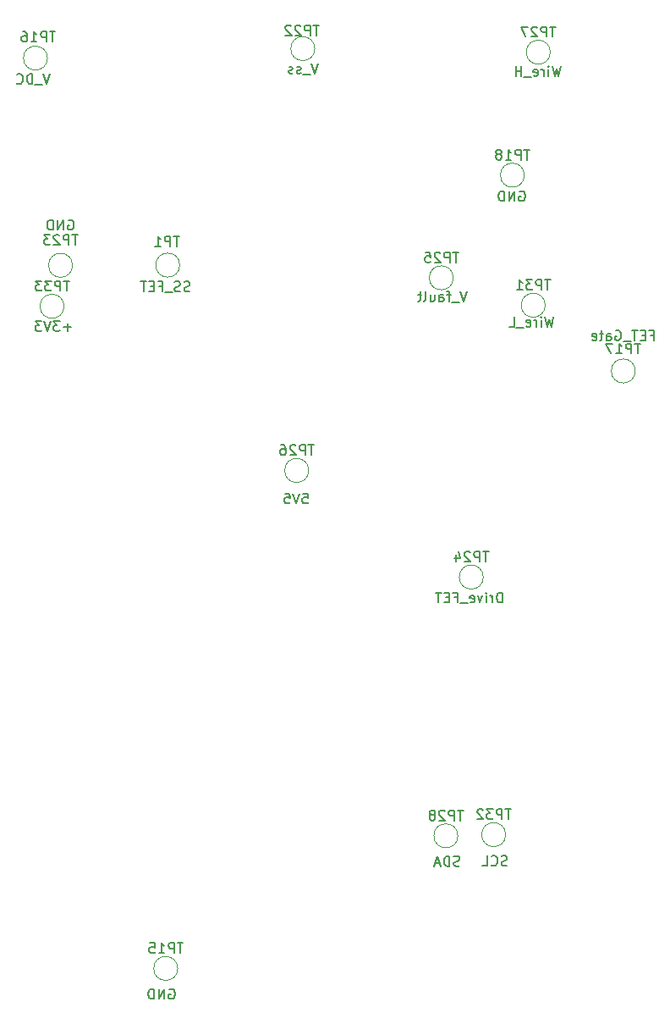
<source format=gbr>
%TF.GenerationSoftware,KiCad,Pcbnew,(6.0.0)*%
%TF.CreationDate,2022-09-13T16:11:23+02:00*%
%TF.ProjectId,IceCutterPCB,49636543-7574-4746-9572-5043422e6b69,rev?*%
%TF.SameCoordinates,Original*%
%TF.FileFunction,Legend,Bot*%
%TF.FilePolarity,Positive*%
%FSLAX46Y46*%
G04 Gerber Fmt 4.6, Leading zero omitted, Abs format (unit mm)*
G04 Created by KiCad (PCBNEW (6.0.0)) date 2022-09-13 16:11:23*
%MOMM*%
%LPD*%
G01*
G04 APERTURE LIST*
%ADD10C,0.150000*%
%ADD11C,0.120000*%
G04 APERTURE END LIST*
D10*
X198780304Y-144076800D02*
X198875542Y-144029180D01*
X199018400Y-144029180D01*
X199161257Y-144076800D01*
X199256495Y-144172038D01*
X199304114Y-144267276D01*
X199351733Y-144457752D01*
X199351733Y-144600609D01*
X199304114Y-144791085D01*
X199256495Y-144886323D01*
X199161257Y-144981561D01*
X199018400Y-145029180D01*
X198923161Y-145029180D01*
X198780304Y-144981561D01*
X198732685Y-144933942D01*
X198732685Y-144600609D01*
X198923161Y-144600609D01*
X198304114Y-145029180D02*
X198304114Y-144029180D01*
X197732685Y-145029180D01*
X197732685Y-144029180D01*
X197256495Y-145029180D02*
X197256495Y-144029180D01*
X197018400Y-144029180D01*
X196875542Y-144076800D01*
X196780304Y-144172038D01*
X196732685Y-144267276D01*
X196685066Y-144457752D01*
X196685066Y-144600609D01*
X196732685Y-144791085D01*
X196780304Y-144886323D01*
X196875542Y-144981561D01*
X197018400Y-145029180D01*
X197256495Y-145029180D01*
X237970723Y-51776380D02*
X237732628Y-52776380D01*
X237542152Y-52062095D01*
X237351676Y-52776380D01*
X237113580Y-51776380D01*
X236732628Y-52776380D02*
X236732628Y-52109714D01*
X236732628Y-51776380D02*
X236780247Y-51824000D01*
X236732628Y-51871619D01*
X236685009Y-51824000D01*
X236732628Y-51776380D01*
X236732628Y-51871619D01*
X236256438Y-52776380D02*
X236256438Y-52109714D01*
X236256438Y-52300190D02*
X236208819Y-52204952D01*
X236161200Y-52157333D01*
X236065961Y-52109714D01*
X235970723Y-52109714D01*
X235256438Y-52728761D02*
X235351676Y-52776380D01*
X235542152Y-52776380D01*
X235637390Y-52728761D01*
X235685009Y-52633523D01*
X235685009Y-52252571D01*
X235637390Y-52157333D01*
X235542152Y-52109714D01*
X235351676Y-52109714D01*
X235256438Y-52157333D01*
X235208819Y-52252571D01*
X235208819Y-52347809D01*
X235685009Y-52443047D01*
X235018342Y-52871619D02*
X234256438Y-52871619D01*
X234018342Y-52776380D02*
X234018342Y-51776380D01*
X234018342Y-52252571D02*
X233446914Y-52252571D01*
X233446914Y-52776380D02*
X233446914Y-51776380D01*
X186848685Y-52570780D02*
X186515352Y-53570780D01*
X186182019Y-52570780D01*
X186086780Y-53666019D02*
X185324876Y-53666019D01*
X185086780Y-53570780D02*
X185086780Y-52570780D01*
X184848685Y-52570780D01*
X184705828Y-52618400D01*
X184610590Y-52713638D01*
X184562971Y-52808876D01*
X184515352Y-52999352D01*
X184515352Y-53142209D01*
X184562971Y-53332685D01*
X184610590Y-53427923D01*
X184705828Y-53523161D01*
X184848685Y-53570780D01*
X185086780Y-53570780D01*
X183515352Y-53475542D02*
X183562971Y-53523161D01*
X183705828Y-53570780D01*
X183801066Y-53570780D01*
X183943923Y-53523161D01*
X184039161Y-53427923D01*
X184086780Y-53332685D01*
X184134400Y-53142209D01*
X184134400Y-52999352D01*
X184086780Y-52808876D01*
X184039161Y-52713638D01*
X183943923Y-52618400D01*
X183801066Y-52570780D01*
X183705828Y-52570780D01*
X183562971Y-52618400D01*
X183515352Y-52666019D01*
X188959904Y-77897028D02*
X188198000Y-77897028D01*
X188578952Y-78277980D02*
X188578952Y-77516076D01*
X187817047Y-77277980D02*
X187198000Y-77277980D01*
X187531333Y-77658933D01*
X187388476Y-77658933D01*
X187293238Y-77706552D01*
X187245619Y-77754171D01*
X187198000Y-77849409D01*
X187198000Y-78087504D01*
X187245619Y-78182742D01*
X187293238Y-78230361D01*
X187388476Y-78277980D01*
X187674190Y-78277980D01*
X187769428Y-78230361D01*
X187817047Y-78182742D01*
X186912285Y-77277980D02*
X186578952Y-78277980D01*
X186245619Y-77277980D01*
X186007523Y-77277980D02*
X185388476Y-77277980D01*
X185721809Y-77658933D01*
X185578952Y-77658933D01*
X185483714Y-77706552D01*
X185436095Y-77754171D01*
X185388476Y-77849409D01*
X185388476Y-78087504D01*
X185436095Y-78182742D01*
X185483714Y-78230361D01*
X185578952Y-78277980D01*
X185864666Y-78277980D01*
X185959904Y-78230361D01*
X186007523Y-78182742D01*
X188661904Y-67200000D02*
X188757142Y-67152380D01*
X188900000Y-67152380D01*
X189042857Y-67200000D01*
X189138095Y-67295238D01*
X189185714Y-67390476D01*
X189233333Y-67580952D01*
X189233333Y-67723809D01*
X189185714Y-67914285D01*
X189138095Y-68009523D01*
X189042857Y-68104761D01*
X188900000Y-68152380D01*
X188804761Y-68152380D01*
X188661904Y-68104761D01*
X188614285Y-68057142D01*
X188614285Y-67723809D01*
X188804761Y-67723809D01*
X188185714Y-68152380D02*
X188185714Y-67152380D01*
X187614285Y-68152380D01*
X187614285Y-67152380D01*
X187138095Y-68152380D02*
X187138095Y-67152380D01*
X186900000Y-67152380D01*
X186757142Y-67200000D01*
X186661904Y-67295238D01*
X186614285Y-67390476D01*
X186566666Y-67580952D01*
X186566666Y-67723809D01*
X186614285Y-67914285D01*
X186661904Y-68009523D01*
X186757142Y-68104761D01*
X186900000Y-68152380D01*
X187138095Y-68152380D01*
X212147066Y-94499180D02*
X212623257Y-94499180D01*
X212670876Y-94975371D01*
X212623257Y-94927752D01*
X212528019Y-94880133D01*
X212289923Y-94880133D01*
X212194685Y-94927752D01*
X212147066Y-94975371D01*
X212099447Y-95070609D01*
X212099447Y-95308704D01*
X212147066Y-95403942D01*
X212194685Y-95451561D01*
X212289923Y-95499180D01*
X212528019Y-95499180D01*
X212623257Y-95451561D01*
X212670876Y-95403942D01*
X211813733Y-94499180D02*
X211480400Y-95499180D01*
X211147066Y-94499180D01*
X210337542Y-94499180D02*
X210813733Y-94499180D01*
X210861352Y-94975371D01*
X210813733Y-94927752D01*
X210718495Y-94880133D01*
X210480400Y-94880133D01*
X210385161Y-94927752D01*
X210337542Y-94975371D01*
X210289923Y-95070609D01*
X210289923Y-95308704D01*
X210337542Y-95403942D01*
X210385161Y-95451561D01*
X210480400Y-95499180D01*
X210718495Y-95499180D01*
X210813733Y-95451561D01*
X210861352Y-95403942D01*
X232584476Y-131671961D02*
X232441619Y-131719580D01*
X232203523Y-131719580D01*
X232108285Y-131671961D01*
X232060666Y-131624342D01*
X232013047Y-131529104D01*
X232013047Y-131433866D01*
X232060666Y-131338628D01*
X232108285Y-131291009D01*
X232203523Y-131243390D01*
X232394000Y-131195771D01*
X232489238Y-131148152D01*
X232536857Y-131100533D01*
X232584476Y-131005295D01*
X232584476Y-130910057D01*
X232536857Y-130814819D01*
X232489238Y-130767200D01*
X232394000Y-130719580D01*
X232155904Y-130719580D01*
X232013047Y-130767200D01*
X231013047Y-131624342D02*
X231060666Y-131671961D01*
X231203523Y-131719580D01*
X231298761Y-131719580D01*
X231441619Y-131671961D01*
X231536857Y-131576723D01*
X231584476Y-131481485D01*
X231632095Y-131291009D01*
X231632095Y-131148152D01*
X231584476Y-130957676D01*
X231536857Y-130862438D01*
X231441619Y-130767200D01*
X231298761Y-130719580D01*
X231203523Y-130719580D01*
X231060666Y-130767200D01*
X231013047Y-130814819D01*
X230108285Y-131719580D02*
X230584476Y-131719580D01*
X230584476Y-130719580D01*
X246933695Y-78668571D02*
X247267028Y-78668571D01*
X247267028Y-79192380D02*
X247267028Y-78192380D01*
X246790838Y-78192380D01*
X246409885Y-78668571D02*
X246076552Y-78668571D01*
X245933695Y-79192380D02*
X246409885Y-79192380D01*
X246409885Y-78192380D01*
X245933695Y-78192380D01*
X245647980Y-78192380D02*
X245076552Y-78192380D01*
X245362266Y-79192380D02*
X245362266Y-78192380D01*
X244981314Y-79287619D02*
X244219409Y-79287619D01*
X243457504Y-78240000D02*
X243552742Y-78192380D01*
X243695600Y-78192380D01*
X243838457Y-78240000D01*
X243933695Y-78335238D01*
X243981314Y-78430476D01*
X244028933Y-78620952D01*
X244028933Y-78763809D01*
X243981314Y-78954285D01*
X243933695Y-79049523D01*
X243838457Y-79144761D01*
X243695600Y-79192380D01*
X243600361Y-79192380D01*
X243457504Y-79144761D01*
X243409885Y-79097142D01*
X243409885Y-78763809D01*
X243600361Y-78763809D01*
X242552742Y-79192380D02*
X242552742Y-78668571D01*
X242600361Y-78573333D01*
X242695600Y-78525714D01*
X242886076Y-78525714D01*
X242981314Y-78573333D01*
X242552742Y-79144761D02*
X242647980Y-79192380D01*
X242886076Y-79192380D01*
X242981314Y-79144761D01*
X243028933Y-79049523D01*
X243028933Y-78954285D01*
X242981314Y-78859047D01*
X242886076Y-78811428D01*
X242647980Y-78811428D01*
X242552742Y-78763809D01*
X242219409Y-78525714D02*
X241838457Y-78525714D01*
X242076552Y-78192380D02*
X242076552Y-79049523D01*
X242028933Y-79144761D01*
X241933695Y-79192380D01*
X241838457Y-79192380D01*
X241124171Y-79144761D02*
X241219409Y-79192380D01*
X241409885Y-79192380D01*
X241505123Y-79144761D01*
X241552742Y-79049523D01*
X241552742Y-78668571D01*
X241505123Y-78573333D01*
X241409885Y-78525714D01*
X241219409Y-78525714D01*
X241124171Y-78573333D01*
X241076552Y-78668571D01*
X241076552Y-78763809D01*
X241552742Y-78859047D01*
X232115904Y-105405180D02*
X232115904Y-104405180D01*
X231877809Y-104405180D01*
X231734952Y-104452800D01*
X231639714Y-104548038D01*
X231592095Y-104643276D01*
X231544476Y-104833752D01*
X231544476Y-104976609D01*
X231592095Y-105167085D01*
X231639714Y-105262323D01*
X231734952Y-105357561D01*
X231877809Y-105405180D01*
X232115904Y-105405180D01*
X231115904Y-105405180D02*
X231115904Y-104738514D01*
X231115904Y-104928990D02*
X231068285Y-104833752D01*
X231020666Y-104786133D01*
X230925428Y-104738514D01*
X230830190Y-104738514D01*
X230496857Y-105405180D02*
X230496857Y-104738514D01*
X230496857Y-104405180D02*
X230544476Y-104452800D01*
X230496857Y-104500419D01*
X230449238Y-104452800D01*
X230496857Y-104405180D01*
X230496857Y-104500419D01*
X230115904Y-104738514D02*
X229877809Y-105405180D01*
X229639714Y-104738514D01*
X228877809Y-105357561D02*
X228973047Y-105405180D01*
X229163523Y-105405180D01*
X229258761Y-105357561D01*
X229306380Y-105262323D01*
X229306380Y-104881371D01*
X229258761Y-104786133D01*
X229163523Y-104738514D01*
X228973047Y-104738514D01*
X228877809Y-104786133D01*
X228830190Y-104881371D01*
X228830190Y-104976609D01*
X229306380Y-105071847D01*
X228639714Y-105500419D02*
X227877809Y-105500419D01*
X227306380Y-104881371D02*
X227639714Y-104881371D01*
X227639714Y-105405180D02*
X227639714Y-104405180D01*
X227163523Y-104405180D01*
X226782571Y-104881371D02*
X226449238Y-104881371D01*
X226306380Y-105405180D02*
X226782571Y-105405180D01*
X226782571Y-104405180D01*
X226306380Y-104405180D01*
X226020666Y-104405180D02*
X225449238Y-104405180D01*
X225734952Y-105405180D02*
X225734952Y-104405180D01*
X233832304Y-64320800D02*
X233927542Y-64273180D01*
X234070400Y-64273180D01*
X234213257Y-64320800D01*
X234308495Y-64416038D01*
X234356114Y-64511276D01*
X234403733Y-64701752D01*
X234403733Y-64844609D01*
X234356114Y-65035085D01*
X234308495Y-65130323D01*
X234213257Y-65225561D01*
X234070400Y-65273180D01*
X233975161Y-65273180D01*
X233832304Y-65225561D01*
X233784685Y-65177942D01*
X233784685Y-64844609D01*
X233975161Y-64844609D01*
X233356114Y-65273180D02*
X233356114Y-64273180D01*
X232784685Y-65273180D01*
X232784685Y-64273180D01*
X232308495Y-65273180D02*
X232308495Y-64273180D01*
X232070400Y-64273180D01*
X231927542Y-64320800D01*
X231832304Y-64416038D01*
X231784685Y-64511276D01*
X231737066Y-64701752D01*
X231737066Y-64844609D01*
X231784685Y-65035085D01*
X231832304Y-65130323D01*
X231927542Y-65225561D01*
X232070400Y-65273180D01*
X232308495Y-65273180D01*
X228563180Y-74280780D02*
X228229847Y-75280780D01*
X227896514Y-74280780D01*
X227801276Y-75376019D02*
X227039371Y-75376019D01*
X226944133Y-74614114D02*
X226563180Y-74614114D01*
X226801276Y-75280780D02*
X226801276Y-74423638D01*
X226753657Y-74328400D01*
X226658419Y-74280780D01*
X226563180Y-74280780D01*
X225801276Y-75280780D02*
X225801276Y-74756971D01*
X225848895Y-74661733D01*
X225944133Y-74614114D01*
X226134609Y-74614114D01*
X226229847Y-74661733D01*
X225801276Y-75233161D02*
X225896514Y-75280780D01*
X226134609Y-75280780D01*
X226229847Y-75233161D01*
X226277466Y-75137923D01*
X226277466Y-75042685D01*
X226229847Y-74947447D01*
X226134609Y-74899828D01*
X225896514Y-74899828D01*
X225801276Y-74852209D01*
X224896514Y-74614114D02*
X224896514Y-75280780D01*
X225325085Y-74614114D02*
X225325085Y-75137923D01*
X225277466Y-75233161D01*
X225182228Y-75280780D01*
X225039371Y-75280780D01*
X224944133Y-75233161D01*
X224896514Y-75185542D01*
X224277466Y-75280780D02*
X224372704Y-75233161D01*
X224420323Y-75137923D01*
X224420323Y-74280780D01*
X224039371Y-74614114D02*
X223658419Y-74614114D01*
X223896514Y-74280780D02*
X223896514Y-75137923D01*
X223848895Y-75233161D01*
X223753657Y-75280780D01*
X223658419Y-75280780D01*
X227833085Y-131722761D02*
X227690228Y-131770380D01*
X227452133Y-131770380D01*
X227356895Y-131722761D01*
X227309276Y-131675142D01*
X227261657Y-131579904D01*
X227261657Y-131484666D01*
X227309276Y-131389428D01*
X227356895Y-131341809D01*
X227452133Y-131294190D01*
X227642609Y-131246571D01*
X227737847Y-131198952D01*
X227785466Y-131151333D01*
X227833085Y-131056095D01*
X227833085Y-130960857D01*
X227785466Y-130865619D01*
X227737847Y-130818000D01*
X227642609Y-130770380D01*
X227404514Y-130770380D01*
X227261657Y-130818000D01*
X226833085Y-131770380D02*
X226833085Y-130770380D01*
X226594990Y-130770380D01*
X226452133Y-130818000D01*
X226356895Y-130913238D01*
X226309276Y-131008476D01*
X226261657Y-131198952D01*
X226261657Y-131341809D01*
X226309276Y-131532285D01*
X226356895Y-131627523D01*
X226452133Y-131722761D01*
X226594990Y-131770380D01*
X226833085Y-131770380D01*
X225880704Y-131484666D02*
X225404514Y-131484666D01*
X225975942Y-131770380D02*
X225642609Y-130770380D01*
X225309276Y-131770380D01*
X213664609Y-51522380D02*
X213331276Y-52522380D01*
X212997942Y-51522380D01*
X212902704Y-52617619D02*
X212140800Y-52617619D01*
X211950323Y-52474761D02*
X211855085Y-52522380D01*
X211664609Y-52522380D01*
X211569371Y-52474761D01*
X211521752Y-52379523D01*
X211521752Y-52331904D01*
X211569371Y-52236666D01*
X211664609Y-52189047D01*
X211807466Y-52189047D01*
X211902704Y-52141428D01*
X211950323Y-52046190D01*
X211950323Y-51998571D01*
X211902704Y-51903333D01*
X211807466Y-51855714D01*
X211664609Y-51855714D01*
X211569371Y-51903333D01*
X211140800Y-52474761D02*
X211045561Y-52522380D01*
X210855085Y-52522380D01*
X210759847Y-52474761D01*
X210712228Y-52379523D01*
X210712228Y-52331904D01*
X210759847Y-52236666D01*
X210855085Y-52189047D01*
X210997942Y-52189047D01*
X211093180Y-52141428D01*
X211140800Y-52046190D01*
X211140800Y-51998571D01*
X211093180Y-51903333D01*
X210997942Y-51855714D01*
X210855085Y-51855714D01*
X210759847Y-51903333D01*
X200829561Y-74267961D02*
X200686704Y-74315580D01*
X200448609Y-74315580D01*
X200353371Y-74267961D01*
X200305752Y-74220342D01*
X200258133Y-74125104D01*
X200258133Y-74029866D01*
X200305752Y-73934628D01*
X200353371Y-73887009D01*
X200448609Y-73839390D01*
X200639085Y-73791771D01*
X200734323Y-73744152D01*
X200781942Y-73696533D01*
X200829561Y-73601295D01*
X200829561Y-73506057D01*
X200781942Y-73410819D01*
X200734323Y-73363200D01*
X200639085Y-73315580D01*
X200400990Y-73315580D01*
X200258133Y-73363200D01*
X199877180Y-74267961D02*
X199734323Y-74315580D01*
X199496228Y-74315580D01*
X199400990Y-74267961D01*
X199353371Y-74220342D01*
X199305752Y-74125104D01*
X199305752Y-74029866D01*
X199353371Y-73934628D01*
X199400990Y-73887009D01*
X199496228Y-73839390D01*
X199686704Y-73791771D01*
X199781942Y-73744152D01*
X199829561Y-73696533D01*
X199877180Y-73601295D01*
X199877180Y-73506057D01*
X199829561Y-73410819D01*
X199781942Y-73363200D01*
X199686704Y-73315580D01*
X199448609Y-73315580D01*
X199305752Y-73363200D01*
X199115276Y-74410819D02*
X198353371Y-74410819D01*
X197781942Y-73791771D02*
X198115276Y-73791771D01*
X198115276Y-74315580D02*
X198115276Y-73315580D01*
X197639085Y-73315580D01*
X197258133Y-73791771D02*
X196924800Y-73791771D01*
X196781942Y-74315580D02*
X197258133Y-74315580D01*
X197258133Y-73315580D01*
X196781942Y-73315580D01*
X196496228Y-73315580D02*
X195924800Y-73315580D01*
X196210514Y-74315580D02*
X196210514Y-73315580D01*
X237242076Y-76820780D02*
X237003980Y-77820780D01*
X236813504Y-77106495D01*
X236623028Y-77820780D01*
X236384933Y-76820780D01*
X236003980Y-77820780D02*
X236003980Y-77154114D01*
X236003980Y-76820780D02*
X236051600Y-76868400D01*
X236003980Y-76916019D01*
X235956361Y-76868400D01*
X236003980Y-76820780D01*
X236003980Y-76916019D01*
X235527790Y-77820780D02*
X235527790Y-77154114D01*
X235527790Y-77344590D02*
X235480171Y-77249352D01*
X235432552Y-77201733D01*
X235337314Y-77154114D01*
X235242076Y-77154114D01*
X234527790Y-77773161D02*
X234623028Y-77820780D01*
X234813504Y-77820780D01*
X234908742Y-77773161D01*
X234956361Y-77677923D01*
X234956361Y-77296971D01*
X234908742Y-77201733D01*
X234813504Y-77154114D01*
X234623028Y-77154114D01*
X234527790Y-77201733D01*
X234480171Y-77296971D01*
X234480171Y-77392209D01*
X234956361Y-77487447D01*
X234289695Y-77916019D02*
X233527790Y-77916019D01*
X232813504Y-77820780D02*
X233289695Y-77820780D01*
X233289695Y-76820780D01*
%TO.C,TP23*%
X189638095Y-68652380D02*
X189066666Y-68652380D01*
X189352380Y-69652380D02*
X189352380Y-68652380D01*
X188733333Y-69652380D02*
X188733333Y-68652380D01*
X188352380Y-68652380D01*
X188257142Y-68700000D01*
X188209523Y-68747619D01*
X188161904Y-68842857D01*
X188161904Y-68985714D01*
X188209523Y-69080952D01*
X188257142Y-69128571D01*
X188352380Y-69176190D01*
X188733333Y-69176190D01*
X187780952Y-68747619D02*
X187733333Y-68700000D01*
X187638095Y-68652380D01*
X187400000Y-68652380D01*
X187304761Y-68700000D01*
X187257142Y-68747619D01*
X187209523Y-68842857D01*
X187209523Y-68938095D01*
X187257142Y-69080952D01*
X187828571Y-69652380D01*
X187209523Y-69652380D01*
X186876190Y-68652380D02*
X186257142Y-68652380D01*
X186590476Y-69033333D01*
X186447619Y-69033333D01*
X186352380Y-69080952D01*
X186304761Y-69128571D01*
X186257142Y-69223809D01*
X186257142Y-69461904D01*
X186304761Y-69557142D01*
X186352380Y-69604761D01*
X186447619Y-69652380D01*
X186733333Y-69652380D01*
X186828571Y-69604761D01*
X186876190Y-69557142D01*
%TO.C,TP17*%
X245933695Y-79513180D02*
X245362266Y-79513180D01*
X245647980Y-80513180D02*
X245647980Y-79513180D01*
X245028933Y-80513180D02*
X245028933Y-79513180D01*
X244647980Y-79513180D01*
X244552742Y-79560800D01*
X244505123Y-79608419D01*
X244457504Y-79703657D01*
X244457504Y-79846514D01*
X244505123Y-79941752D01*
X244552742Y-79989371D01*
X244647980Y-80036990D01*
X245028933Y-80036990D01*
X243505123Y-80513180D02*
X244076552Y-80513180D01*
X243790838Y-80513180D02*
X243790838Y-79513180D01*
X243886076Y-79656038D01*
X243981314Y-79751276D01*
X244076552Y-79798895D01*
X243171790Y-79513180D02*
X242505123Y-79513180D01*
X242933695Y-80513180D01*
%TO.C,TP26*%
X213269295Y-89656380D02*
X212697866Y-89656380D01*
X212983580Y-90656380D02*
X212983580Y-89656380D01*
X212364533Y-90656380D02*
X212364533Y-89656380D01*
X211983580Y-89656380D01*
X211888342Y-89704000D01*
X211840723Y-89751619D01*
X211793104Y-89846857D01*
X211793104Y-89989714D01*
X211840723Y-90084952D01*
X211888342Y-90132571D01*
X211983580Y-90180190D01*
X212364533Y-90180190D01*
X211412152Y-89751619D02*
X211364533Y-89704000D01*
X211269295Y-89656380D01*
X211031200Y-89656380D01*
X210935961Y-89704000D01*
X210888342Y-89751619D01*
X210840723Y-89846857D01*
X210840723Y-89942095D01*
X210888342Y-90084952D01*
X211459771Y-90656380D01*
X210840723Y-90656380D01*
X209983580Y-89656380D02*
X210174057Y-89656380D01*
X210269295Y-89704000D01*
X210316914Y-89751619D01*
X210412152Y-89894476D01*
X210459771Y-90084952D01*
X210459771Y-90465904D01*
X210412152Y-90561142D01*
X210364533Y-90608761D01*
X210269295Y-90656380D01*
X210078819Y-90656380D01*
X209983580Y-90608761D01*
X209935961Y-90561142D01*
X209888342Y-90465904D01*
X209888342Y-90227809D01*
X209935961Y-90132571D01*
X209983580Y-90084952D01*
X210078819Y-90037333D01*
X210269295Y-90037333D01*
X210364533Y-90084952D01*
X210412152Y-90132571D01*
X210459771Y-90227809D01*
%TO.C,TP28*%
X228204495Y-126181580D02*
X227633066Y-126181580D01*
X227918780Y-127181580D02*
X227918780Y-126181580D01*
X227299733Y-127181580D02*
X227299733Y-126181580D01*
X226918780Y-126181580D01*
X226823542Y-126229200D01*
X226775923Y-126276819D01*
X226728304Y-126372057D01*
X226728304Y-126514914D01*
X226775923Y-126610152D01*
X226823542Y-126657771D01*
X226918780Y-126705390D01*
X227299733Y-126705390D01*
X226347352Y-126276819D02*
X226299733Y-126229200D01*
X226204495Y-126181580D01*
X225966400Y-126181580D01*
X225871161Y-126229200D01*
X225823542Y-126276819D01*
X225775923Y-126372057D01*
X225775923Y-126467295D01*
X225823542Y-126610152D01*
X226394971Y-127181580D01*
X225775923Y-127181580D01*
X225204495Y-126610152D02*
X225299733Y-126562533D01*
X225347352Y-126514914D01*
X225394971Y-126419676D01*
X225394971Y-126372057D01*
X225347352Y-126276819D01*
X225299733Y-126229200D01*
X225204495Y-126181580D01*
X225014019Y-126181580D01*
X224918780Y-126229200D01*
X224871161Y-126276819D01*
X224823542Y-126372057D01*
X224823542Y-126419676D01*
X224871161Y-126514914D01*
X224918780Y-126562533D01*
X225014019Y-126610152D01*
X225204495Y-126610152D01*
X225299733Y-126657771D01*
X225347352Y-126705390D01*
X225394971Y-126800628D01*
X225394971Y-126991104D01*
X225347352Y-127086342D01*
X225299733Y-127133961D01*
X225204495Y-127181580D01*
X225014019Y-127181580D01*
X224918780Y-127133961D01*
X224871161Y-127086342D01*
X224823542Y-126991104D01*
X224823542Y-126800628D01*
X224871161Y-126705390D01*
X224918780Y-126657771D01*
X225014019Y-126610152D01*
%TO.C,TP16*%
X187380495Y-48354380D02*
X186809066Y-48354380D01*
X187094780Y-49354380D02*
X187094780Y-48354380D01*
X186475733Y-49354380D02*
X186475733Y-48354380D01*
X186094780Y-48354380D01*
X185999542Y-48402000D01*
X185951923Y-48449619D01*
X185904304Y-48544857D01*
X185904304Y-48687714D01*
X185951923Y-48782952D01*
X185999542Y-48830571D01*
X186094780Y-48878190D01*
X186475733Y-48878190D01*
X184951923Y-49354380D02*
X185523352Y-49354380D01*
X185237638Y-49354380D02*
X185237638Y-48354380D01*
X185332876Y-48497238D01*
X185428114Y-48592476D01*
X185523352Y-48640095D01*
X184094780Y-48354380D02*
X184285257Y-48354380D01*
X184380495Y-48402000D01*
X184428114Y-48449619D01*
X184523352Y-48592476D01*
X184570971Y-48782952D01*
X184570971Y-49163904D01*
X184523352Y-49259142D01*
X184475733Y-49306761D01*
X184380495Y-49354380D01*
X184190019Y-49354380D01*
X184094780Y-49306761D01*
X184047161Y-49259142D01*
X183999542Y-49163904D01*
X183999542Y-48925809D01*
X184047161Y-48830571D01*
X184094780Y-48782952D01*
X184190019Y-48735333D01*
X184380495Y-48735333D01*
X184475733Y-48782952D01*
X184523352Y-48830571D01*
X184570971Y-48925809D01*
%TO.C,TP1*%
X199788304Y-68794380D02*
X199216876Y-68794380D01*
X199502590Y-69794380D02*
X199502590Y-68794380D01*
X198883542Y-69794380D02*
X198883542Y-68794380D01*
X198502590Y-68794380D01*
X198407352Y-68842000D01*
X198359733Y-68889619D01*
X198312114Y-68984857D01*
X198312114Y-69127714D01*
X198359733Y-69222952D01*
X198407352Y-69270571D01*
X198502590Y-69318190D01*
X198883542Y-69318190D01*
X197359733Y-69794380D02*
X197931161Y-69794380D01*
X197645447Y-69794380D02*
X197645447Y-68794380D01*
X197740685Y-68937238D01*
X197835923Y-69032476D01*
X197931161Y-69080095D01*
%TO.C,TP31*%
X236942095Y-73146380D02*
X236370666Y-73146380D01*
X236656380Y-74146380D02*
X236656380Y-73146380D01*
X236037333Y-74146380D02*
X236037333Y-73146380D01*
X235656380Y-73146380D01*
X235561142Y-73194000D01*
X235513523Y-73241619D01*
X235465904Y-73336857D01*
X235465904Y-73479714D01*
X235513523Y-73574952D01*
X235561142Y-73622571D01*
X235656380Y-73670190D01*
X236037333Y-73670190D01*
X235132571Y-73146380D02*
X234513523Y-73146380D01*
X234846857Y-73527333D01*
X234704000Y-73527333D01*
X234608761Y-73574952D01*
X234561142Y-73622571D01*
X234513523Y-73717809D01*
X234513523Y-73955904D01*
X234561142Y-74051142D01*
X234608761Y-74098761D01*
X234704000Y-74146380D01*
X234989714Y-74146380D01*
X235084952Y-74098761D01*
X235132571Y-74051142D01*
X233561142Y-74146380D02*
X234132571Y-74146380D01*
X233846857Y-74146380D02*
X233846857Y-73146380D01*
X233942095Y-73289238D01*
X234037333Y-73384476D01*
X234132571Y-73432095D01*
%TO.C,TP32*%
X232990095Y-126069580D02*
X232418666Y-126069580D01*
X232704380Y-127069580D02*
X232704380Y-126069580D01*
X232085333Y-127069580D02*
X232085333Y-126069580D01*
X231704380Y-126069580D01*
X231609142Y-126117200D01*
X231561523Y-126164819D01*
X231513904Y-126260057D01*
X231513904Y-126402914D01*
X231561523Y-126498152D01*
X231609142Y-126545771D01*
X231704380Y-126593390D01*
X232085333Y-126593390D01*
X231180571Y-126069580D02*
X230561523Y-126069580D01*
X230894857Y-126450533D01*
X230752000Y-126450533D01*
X230656761Y-126498152D01*
X230609142Y-126545771D01*
X230561523Y-126641009D01*
X230561523Y-126879104D01*
X230609142Y-126974342D01*
X230656761Y-127021961D01*
X230752000Y-127069580D01*
X231037714Y-127069580D01*
X231132952Y-127021961D01*
X231180571Y-126974342D01*
X230180571Y-126164819D02*
X230132952Y-126117200D01*
X230037714Y-126069580D01*
X229799619Y-126069580D01*
X229704380Y-126117200D01*
X229656761Y-126164819D01*
X229609142Y-126260057D01*
X229609142Y-126355295D01*
X229656761Y-126498152D01*
X230228190Y-127069580D01*
X229609142Y-127069580D01*
%TO.C,TP22*%
X213777295Y-47712380D02*
X213205866Y-47712380D01*
X213491580Y-48712380D02*
X213491580Y-47712380D01*
X212872533Y-48712380D02*
X212872533Y-47712380D01*
X212491580Y-47712380D01*
X212396342Y-47760000D01*
X212348723Y-47807619D01*
X212301104Y-47902857D01*
X212301104Y-48045714D01*
X212348723Y-48140952D01*
X212396342Y-48188571D01*
X212491580Y-48236190D01*
X212872533Y-48236190D01*
X211920152Y-47807619D02*
X211872533Y-47760000D01*
X211777295Y-47712380D01*
X211539200Y-47712380D01*
X211443961Y-47760000D01*
X211396342Y-47807619D01*
X211348723Y-47902857D01*
X211348723Y-47998095D01*
X211396342Y-48140952D01*
X211967771Y-48712380D01*
X211348723Y-48712380D01*
X210967771Y-47807619D02*
X210920152Y-47760000D01*
X210824914Y-47712380D01*
X210586819Y-47712380D01*
X210491580Y-47760000D01*
X210443961Y-47807619D01*
X210396342Y-47902857D01*
X210396342Y-47998095D01*
X210443961Y-48140952D01*
X211015390Y-48712380D01*
X210396342Y-48712380D01*
%TO.C,TP15*%
X200162895Y-139440380D02*
X199591466Y-139440380D01*
X199877180Y-140440380D02*
X199877180Y-139440380D01*
X199258133Y-140440380D02*
X199258133Y-139440380D01*
X198877180Y-139440380D01*
X198781942Y-139488000D01*
X198734323Y-139535619D01*
X198686704Y-139630857D01*
X198686704Y-139773714D01*
X198734323Y-139868952D01*
X198781942Y-139916571D01*
X198877180Y-139964190D01*
X199258133Y-139964190D01*
X197734323Y-140440380D02*
X198305752Y-140440380D01*
X198020038Y-140440380D02*
X198020038Y-139440380D01*
X198115276Y-139583238D01*
X198210514Y-139678476D01*
X198305752Y-139726095D01*
X196829561Y-139440380D02*
X197305752Y-139440380D01*
X197353371Y-139916571D01*
X197305752Y-139868952D01*
X197210514Y-139821333D01*
X196972419Y-139821333D01*
X196877180Y-139868952D01*
X196829561Y-139916571D01*
X196781942Y-140011809D01*
X196781942Y-140249904D01*
X196829561Y-140345142D01*
X196877180Y-140392761D01*
X196972419Y-140440380D01*
X197210514Y-140440380D01*
X197305752Y-140392761D01*
X197353371Y-140345142D01*
%TO.C,TP33*%
X188783695Y-73247980D02*
X188212266Y-73247980D01*
X188497980Y-74247980D02*
X188497980Y-73247980D01*
X187878933Y-74247980D02*
X187878933Y-73247980D01*
X187497980Y-73247980D01*
X187402742Y-73295600D01*
X187355123Y-73343219D01*
X187307504Y-73438457D01*
X187307504Y-73581314D01*
X187355123Y-73676552D01*
X187402742Y-73724171D01*
X187497980Y-73771790D01*
X187878933Y-73771790D01*
X186974171Y-73247980D02*
X186355123Y-73247980D01*
X186688457Y-73628933D01*
X186545600Y-73628933D01*
X186450361Y-73676552D01*
X186402742Y-73724171D01*
X186355123Y-73819409D01*
X186355123Y-74057504D01*
X186402742Y-74152742D01*
X186450361Y-74200361D01*
X186545600Y-74247980D01*
X186831314Y-74247980D01*
X186926552Y-74200361D01*
X186974171Y-74152742D01*
X186021790Y-73247980D02*
X185402742Y-73247980D01*
X185736076Y-73628933D01*
X185593219Y-73628933D01*
X185497980Y-73676552D01*
X185450361Y-73724171D01*
X185402742Y-73819409D01*
X185402742Y-74057504D01*
X185450361Y-74152742D01*
X185497980Y-74200361D01*
X185593219Y-74247980D01*
X185878933Y-74247980D01*
X185974171Y-74200361D01*
X186021790Y-74152742D01*
%TO.C,TP27*%
X237450095Y-47847980D02*
X236878666Y-47847980D01*
X237164380Y-48847980D02*
X237164380Y-47847980D01*
X236545333Y-48847980D02*
X236545333Y-47847980D01*
X236164380Y-47847980D01*
X236069142Y-47895600D01*
X236021523Y-47943219D01*
X235973904Y-48038457D01*
X235973904Y-48181314D01*
X236021523Y-48276552D01*
X236069142Y-48324171D01*
X236164380Y-48371790D01*
X236545333Y-48371790D01*
X235592952Y-47943219D02*
X235545333Y-47895600D01*
X235450095Y-47847980D01*
X235212000Y-47847980D01*
X235116761Y-47895600D01*
X235069142Y-47943219D01*
X235021523Y-48038457D01*
X235021523Y-48133695D01*
X235069142Y-48276552D01*
X235640571Y-48847980D01*
X235021523Y-48847980D01*
X234688190Y-47847980D02*
X234021523Y-47847980D01*
X234450095Y-48847980D01*
%TO.C,TP25*%
X227747295Y-70403180D02*
X227175866Y-70403180D01*
X227461580Y-71403180D02*
X227461580Y-70403180D01*
X226842533Y-71403180D02*
X226842533Y-70403180D01*
X226461580Y-70403180D01*
X226366342Y-70450800D01*
X226318723Y-70498419D01*
X226271104Y-70593657D01*
X226271104Y-70736514D01*
X226318723Y-70831752D01*
X226366342Y-70879371D01*
X226461580Y-70926990D01*
X226842533Y-70926990D01*
X225890152Y-70498419D02*
X225842533Y-70450800D01*
X225747295Y-70403180D01*
X225509200Y-70403180D01*
X225413961Y-70450800D01*
X225366342Y-70498419D01*
X225318723Y-70593657D01*
X225318723Y-70688895D01*
X225366342Y-70831752D01*
X225937771Y-71403180D01*
X225318723Y-71403180D01*
X224413961Y-70403180D02*
X224890152Y-70403180D01*
X224937771Y-70879371D01*
X224890152Y-70831752D01*
X224794914Y-70784133D01*
X224556819Y-70784133D01*
X224461580Y-70831752D01*
X224413961Y-70879371D01*
X224366342Y-70974609D01*
X224366342Y-71212704D01*
X224413961Y-71307942D01*
X224461580Y-71355561D01*
X224556819Y-71403180D01*
X224794914Y-71403180D01*
X224890152Y-71355561D01*
X224937771Y-71307942D01*
%TO.C,TP18*%
X234859295Y-60141580D02*
X234287866Y-60141580D01*
X234573580Y-61141580D02*
X234573580Y-60141580D01*
X233954533Y-61141580D02*
X233954533Y-60141580D01*
X233573580Y-60141580D01*
X233478342Y-60189200D01*
X233430723Y-60236819D01*
X233383104Y-60332057D01*
X233383104Y-60474914D01*
X233430723Y-60570152D01*
X233478342Y-60617771D01*
X233573580Y-60665390D01*
X233954533Y-60665390D01*
X232430723Y-61141580D02*
X233002152Y-61141580D01*
X232716438Y-61141580D02*
X232716438Y-60141580D01*
X232811676Y-60284438D01*
X232906914Y-60379676D01*
X233002152Y-60427295D01*
X231859295Y-60570152D02*
X231954533Y-60522533D01*
X232002152Y-60474914D01*
X232049771Y-60379676D01*
X232049771Y-60332057D01*
X232002152Y-60236819D01*
X231954533Y-60189200D01*
X231859295Y-60141580D01*
X231668819Y-60141580D01*
X231573580Y-60189200D01*
X231525961Y-60236819D01*
X231478342Y-60332057D01*
X231478342Y-60379676D01*
X231525961Y-60474914D01*
X231573580Y-60522533D01*
X231668819Y-60570152D01*
X231859295Y-60570152D01*
X231954533Y-60617771D01*
X232002152Y-60665390D01*
X232049771Y-60760628D01*
X232049771Y-60951104D01*
X232002152Y-61046342D01*
X231954533Y-61093961D01*
X231859295Y-61141580D01*
X231668819Y-61141580D01*
X231573580Y-61093961D01*
X231525961Y-61046342D01*
X231478342Y-60951104D01*
X231478342Y-60760628D01*
X231525961Y-60665390D01*
X231573580Y-60617771D01*
X231668819Y-60570152D01*
%TO.C,TP24*%
X230744495Y-100324380D02*
X230173066Y-100324380D01*
X230458780Y-101324380D02*
X230458780Y-100324380D01*
X229839733Y-101324380D02*
X229839733Y-100324380D01*
X229458780Y-100324380D01*
X229363542Y-100372000D01*
X229315923Y-100419619D01*
X229268304Y-100514857D01*
X229268304Y-100657714D01*
X229315923Y-100752952D01*
X229363542Y-100800571D01*
X229458780Y-100848190D01*
X229839733Y-100848190D01*
X228887352Y-100419619D02*
X228839733Y-100372000D01*
X228744495Y-100324380D01*
X228506400Y-100324380D01*
X228411161Y-100372000D01*
X228363542Y-100419619D01*
X228315923Y-100514857D01*
X228315923Y-100610095D01*
X228363542Y-100752952D01*
X228934971Y-101324380D01*
X228315923Y-101324380D01*
X227458780Y-100657714D02*
X227458780Y-101324380D01*
X227696876Y-100276761D02*
X227934971Y-100991047D01*
X227315923Y-100991047D01*
D11*
%TO.C,TP23*%
X189100000Y-71700000D02*
G75*
G03*
X189100000Y-71700000I-1200000J0D01*
G01*
%TO.C,TP17*%
X245420000Y-82261000D02*
G75*
G03*
X245420000Y-82261000I-1200000J0D01*
G01*
%TO.C,TP26*%
X212731200Y-92202000D02*
G75*
G03*
X212731200Y-92202000I-1200000J0D01*
G01*
%TO.C,TP28*%
X227666400Y-128727200D02*
G75*
G03*
X227666400Y-128727200I-1200000J0D01*
G01*
%TO.C,TP16*%
X186588400Y-50984800D02*
G75*
G03*
X186588400Y-50984800I-1200000J0D01*
G01*
%TO.C,TP1*%
X199828000Y-71678800D02*
G75*
G03*
X199828000Y-71678800I-1200000J0D01*
G01*
%TO.C,TP31*%
X236404000Y-75692000D02*
G75*
G03*
X236404000Y-75692000I-1200000J0D01*
G01*
%TO.C,TP32*%
X232452000Y-128615200D02*
G75*
G03*
X232452000Y-128615200I-1200000J0D01*
G01*
%TO.C,TP22*%
X213340800Y-50038000D02*
G75*
G03*
X213340800Y-50038000I-1200000J0D01*
G01*
%TO.C,TP15*%
X199624800Y-141986000D02*
G75*
G03*
X199624800Y-141986000I-1200000J0D01*
G01*
%TO.C,TP33*%
X188245600Y-75793600D02*
G75*
G03*
X188245600Y-75793600I-1200000J0D01*
G01*
%TO.C,TP27*%
X236912000Y-50393600D02*
G75*
G03*
X236912000Y-50393600I-1200000J0D01*
G01*
%TO.C,TP25*%
X227209200Y-72948800D02*
G75*
G03*
X227209200Y-72948800I-1200000J0D01*
G01*
%TO.C,TP18*%
X234321200Y-62687200D02*
G75*
G03*
X234321200Y-62687200I-1200000J0D01*
G01*
%TO.C,TP24*%
X230206400Y-102870000D02*
G75*
G03*
X230206400Y-102870000I-1200000J0D01*
G01*
%TD*%
M02*

</source>
